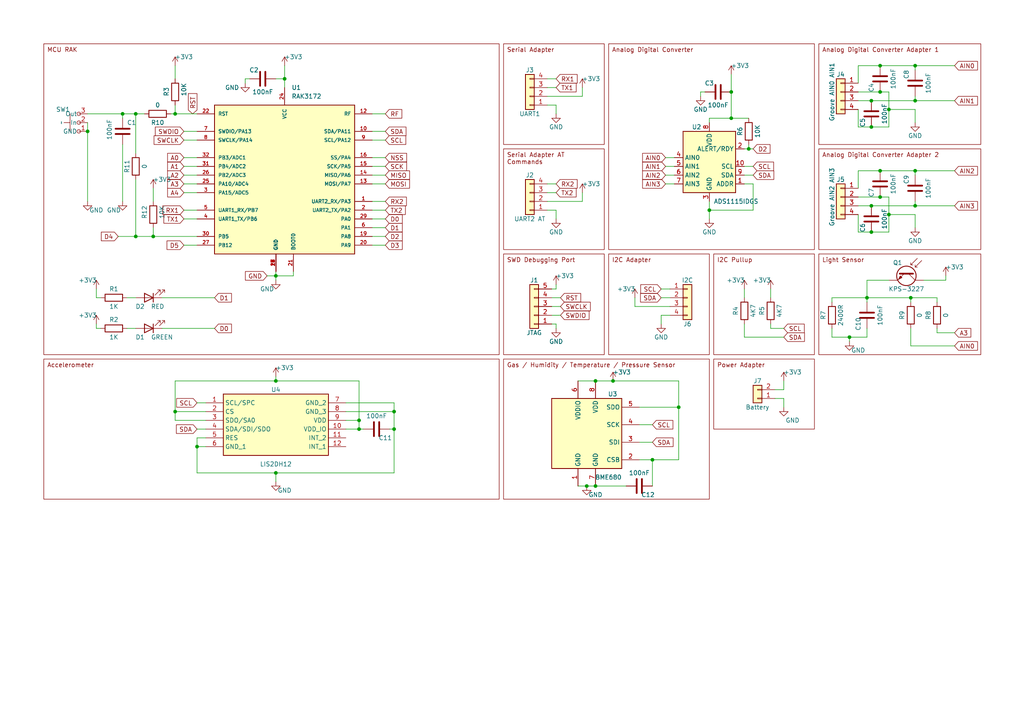
<source format=kicad_sch>
(kicad_sch (version 20230121) (generator eeschema)
  (paper "A4")
  (title_block (title "RAK prototyping board"))
  (lib_symbols
    (symbol "Analog_ADC:ADS1115IDGS"
      (property "Reference" "U" (at 2.54 13.97 0))
      (property "Value" "ADS1115IDGS" (at 7.62 11.43 0))
      (symbol "ADS1115IDGS_0_1"
        (rectangle (start -7.62 10.16) (end 7.62 -7.62) (stroke (width 0.254)) (fill (type background)))
      )
      (symbol "ADS1115IDGS_1_1"
        (pin input line (at 10.16 -5.08 180) (length 2.54) (name "ADDR") (number "1"))
        (pin input line (at 10.16 0 180) (length 2.54) (name "SCL") (number "10"))
        (pin output line (at 10.16 5.08 180) (length 2.54) (name "ALERT/RDY") (number "2"))
        (pin power_in line (at 0 -10.16 90) (length 2.54) (name "GND") (number "3"))
        (pin input line (at -10.16 2.54 0) (length 2.54) (name "AIN0") (number "4"))
        (pin input line (at -10.16 0 0) (length 2.54) (name "AIN1") (number "5"))
        (pin input line (at -10.16 -2.54 0) (length 2.54) (name "AIN2") (number "6"))
        (pin input line (at -10.16 -5.08 0) (length 2.54) (name "AIN3") (number "7"))
        (pin power_in line (at 0 12.7 270) (length 2.54) (name "VDD") (number "8"))
        (pin bidirectional line (at 10.16 -2.54 180) (length 2.54) (name "SDA") (number "9"))
      )
    )
    (symbol "Connector_Generic:Conn_01x02" (pin_names (offset 1.016) hide)
      (property "Reference" "J" (at 0 2.54 0))
      (property "Value" "Conn_01x02" (at 0 -5.08 0))
      (symbol "Conn_01x02_1_1"
        (rectangle (start -1.27 -2.413) (end 0 -2.667) (stroke (width 0.1524)))
        (rectangle (start -1.27 0.127) (end 0 -0.127) (stroke (width 0.1524)))
        (rectangle (start -1.27 1.27) (end 1.27 -3.81) (stroke (width 0.254)) (fill (type background)))
        (pin passive line (at -5.08 0 0) (length 3.81) (name "Pin_1") (number "1"))
        (pin passive line (at -5.08 -2.54 0) (length 3.81) (name "Pin_2") (number "2"))
      )
    )
    (symbol "Connector_Generic:Conn_01x04" (pin_names (offset 1.016) hide)
      (property "Reference" "J" (at 0 5.08 0))
      (property "Value" "Conn_01x04" (at 0 -7.62 0))
      (symbol "Conn_01x04_1_1"
        (rectangle (start -1.27 -4.953) (end 0 -5.207) (stroke (width 0.1524)))
        (rectangle (start -1.27 -2.413) (end 0 -2.667) (stroke (width 0.1524)))
        (rectangle (start -1.27 0.127) (end 0 -0.127) (stroke (width 0.1524)))
        (rectangle (start -1.27 2.667) (end 0 2.413) (stroke (width 0.1524)))
        (rectangle (start -1.27 3.81) (end 1.27 -6.35) (stroke (width 0.254)) (fill (type background)))
        (pin passive line (at -5.08 2.54 0) (length 3.81) (name "Pin_1") (number "1"))
        (pin passive line (at -5.08 0 0) (length 3.81) (name "Pin_2") (number "2"))
        (pin passive line (at -5.08 -2.54 0) (length 3.81) (name "Pin_3") (number "3"))
        (pin passive line (at -5.08 -5.08 0) (length 3.81) (name "Pin_4") (number "4"))
      )
    )
    (symbol "Connector_Generic:Conn_01x05" (pin_names (offset 1.016) hide)
      (property "Reference" "J" (at 0 7.62 0))
      (property "Value" "Conn_01x05" (at 0 -7.62 0))
      (symbol "Conn_01x05_1_1"
        (rectangle (start -1.27 -4.953) (end 0 -5.207) (stroke (width 0.1524)))
        (rectangle (start -1.27 -2.413) (end 0 -2.667) (stroke (width 0.1524)))
        (rectangle (start -1.27 0.127) (end 0 -0.127) (stroke (width 0.1524)))
        (rectangle (start -1.27 2.667) (end 0 2.413) (stroke (width 0.1524)))
        (rectangle (start -1.27 5.207) (end 0 4.953) (stroke (width 0.1524)))
        (rectangle (start -1.27 6.35) (end 1.27 -6.35) (stroke (width 0.254)) (fill (type background)))
        (pin passive line (at -5.08 5.08 0) (length 3.81) (name "Pin_1") (number "1"))
        (pin passive line (at -5.08 2.54 0) (length 3.81) (name "Pin_2") (number "2"))
        (pin passive line (at -5.08 0 0) (length 3.81) (name "Pin_3") (number "3"))
        (pin passive line (at -5.08 -2.54 0) (length 3.81) (name "Pin_4") (number "4"))
        (pin passive line (at -5.08 -5.08 0) (length 3.81) (name "Pin_5") (number "5"))
      )
    )
    (symbol "Device:C" (pin_numbers hide) (pin_names (offset 0.254))
      (property "Reference" "C" (at 0.635 2.54 0))
      (property "Value" "C" (at 0.635 -2.54 0))
      (symbol "C_0_1"
        (polyline (pts (xy -2.032 -0.762) (xy 2.032 -0.762)) (stroke (width 0.508)))
        (polyline (pts (xy -2.032 0.762) (xy 2.032 0.762)) (stroke (width 0.508)))
      )
      (symbol "C_1_1"
        (pin passive line (at 0 3.81 270) (length 2.794) (name "~") (number "1"))
        (pin passive line (at 0 -3.81 90) (length 2.794) (name "~") (number "2"))
      )
    )
    (symbol "Device:LED" (pin_numbers hide) (pin_names (offset 1.016) hide)
      (property "Reference" "D" (at 0 2.54 0))
      (property "Value" "LED" (at 0 -2.54 0))
      (symbol "LED_0_1"
        (polyline (pts (xy -1.27 -1.27) (xy -1.27 1.27)) (stroke (width 0.254)))
        (polyline (pts (xy -1.27 0) (xy 1.27 0)))
        (polyline (pts (xy 1.27 -1.27) (xy 1.27 1.27) (xy -1.27 0) (xy 1.27 -1.27)) (stroke (width 0.254)))
        (polyline (pts (xy -3.048 -0.762) (xy -4.572 -2.286) (xy -3.81 -2.286) (xy -4.572 -2.286) (xy -4.572 -1.524)))
        (polyline (pts (xy -1.778 -0.762) (xy -3.302 -2.286) (xy -2.54 -2.286) (xy -3.302 -2.286) (xy -3.302 -1.524)))
      )
      (symbol "LED_1_1"
        (pin passive line (at -3.81 0 0) (length 2.54) (name "K") (number "1"))
        (pin passive line (at 3.81 0 180) (length 2.54) (name "A") (number "2"))
      )
    )
    (symbol "Device:R" (pin_numbers hide) (pin_names (offset 0))
      (property "Reference" "R" (at 2.032 0 90))
      (property "Value" "R" (at 0 0 90))
      (symbol "R_0_1"
        (rectangle (start -1.016 -2.54) (end 1.016 2.54) (stroke (width 0.254)))
      )
      (symbol "R_1_1"
        (pin passive line (at 0 3.81 270) (length 1.27) (name "~") (number "1"))
        (pin passive line (at 0 -3.81 90) (length 1.27) (name "~") (number "2"))
      )
    )
    (symbol "LIS2DH12:LIS2DH12"
      (property "Reference" "IC" (at 36.83 7.62 0))
      (property "Value" "LIS2DH12" (at 36.83 5.08 0))
      (symbol "LIS2DH12_1_1"
        (rectangle (start 5.08 2.54) (end 35.56 -15.24) (stroke (width 0.254)) (fill (type background)))
        (pin passive line (at 0 0 0) (length 5.08) (name "SCL/SPC") (number "1"))
        (pin passive line (at 40.64 -7.62 180) (length 5.08) (name "VDD_IO") (number "10"))
        (pin passive line (at 40.64 -10.16 180) (length 5.08) (name "INT_2") (number "11"))
        (pin passive line (at 40.64 -12.7 180) (length 5.08) (name "INT_1") (number "12"))
        (pin passive line (at 0 -2.54 0) (length 5.08) (name "CS") (number "2"))
        (pin passive line (at 0 -5.08 0) (length 5.08) (name "SDO/SA0") (number "3"))
        (pin passive line (at 0 -7.62 0) (length 5.08) (name "SDA/SDI/SDO") (number "4"))
        (pin passive line (at 0 -10.16 0) (length 5.08) (name "RES") (number "5"))
        (pin passive line (at 0 -12.7 0) (length 5.08) (name "GND_1") (number "6"))
        (pin passive line (at 40.64 0 180) (length 5.08) (name "GND_2") (number "7"))
        (pin passive line (at 40.64 -2.54 180) (length 5.08) (name "GND_3") (number "8"))
        (pin passive line (at 40.64 -5.08 180) (length 5.08) (name "VDD") (number "9"))
      )
    )
    (symbol "RAK3172:RAK3172" (pin_names (offset 1.016))
      (property "Reference" "U" (at 0 0 0))
      (property "Value" "RAK3172" (at 0 0 0))
      (symbol "RAK3172_0_0"
        (rectangle (start 0 -2.54) (end 40.64 40.64) (stroke (width 0.254)) (fill (type background)))
        (pin bidirectional line (at 45.72 12.7 180) (length 5.08) (name "UART2_RX/PA3") (number "1"))
        (pin bidirectional line (at 45.72 33.02 180) (length 5.08) (name "SDA/PA11") (number "10"))
        (pin power_in line (at 17.78 -7.62 90) (length 5.08) (name "GND") (number "11"))
        (pin output line (at 45.72 38.1 180) (length 5.08) (name "RF") (number "12"))
        (pin bidirectional line (at 45.72 17.78 180) (length 5.08) (name "MOSI/PA7") (number "13"))
        (pin bidirectional line (at 45.72 20.32 180) (length 5.08) (name "MISO/PA6") (number "14"))
        (pin bidirectional line (at 45.72 22.86 180) (length 5.08) (name "SCK/PA5") (number "15"))
        (pin bidirectional line (at 45.72 25.4 180) (length 5.08) (name "SS/PA4") (number "16"))
        (pin power_in line (at 17.78 -7.62 90) (length 5.08) (name "GND") (number "17"))
        (pin power_in line (at 17.78 -7.62 90) (length 5.08) (name "GND") (number "18"))
        (pin bidirectional line (at 45.72 2.54 180) (length 5.08) (name "PA8") (number "19"))
        (pin bidirectional line (at 45.72 10.16 180) (length 5.08) (name "UART2_TX/PA2") (number "2"))
        (pin bidirectional line (at 45.72 0 180) (length 5.08) (name "PA9") (number "20"))
        (pin input line (at 22.86 -7.62 90) (length 5.08) (name "BOOT0") (number "21"))
        (pin input line (at -5.08 38.1 0) (length 5.08) (name "RST") (number "22"))
        (pin power_in line (at 17.78 -7.62 90) (length 5.08) (name "GND") (number "23"))
        (pin power_in line (at 20.32 45.72 270) (length 5.08) (name "VCC") (number "24"))
        (pin bidirectional line (at -5.08 17.78 0) (length 5.08) (name "PA10/ADC4") (number "25"))
        (pin bidirectional line (at -5.08 20.32 0) (length 5.08) (name "PB2/ADC3") (number "26"))
        (pin bidirectional line (at -5.08 0 0) (length 5.08) (name "PB12") (number "27"))
        (pin power_in line (at 17.78 -7.62 90) (length 5.08) (name "GND") (number "28"))
        (pin bidirectional line (at 45.72 7.62 180) (length 5.08) (name "PA0") (number "29"))
        (pin bidirectional line (at -5.08 15.24 0) (length 5.08) (name "PA15/ADC5") (number "3"))
        (pin bidirectional line (at -5.08 2.54 0) (length 5.08) (name "PB5") (number "30"))
        (pin bidirectional line (at -5.08 22.86 0) (length 5.08) (name "PB4/ADC2") (number "31"))
        (pin bidirectional line (at -5.08 25.4 0) (length 5.08) (name "PB3/ADC1") (number "32"))
        (pin bidirectional line (at -5.08 7.62 0) (length 5.08) (name "UART1_TX/PB6") (number "4"))
        (pin bidirectional line (at -5.08 10.16 0) (length 5.08) (name "UART1_RX/PB7") (number "5"))
        (pin bidirectional line (at 45.72 5.08 180) (length 5.08) (name "PA1") (number "6"))
        (pin bidirectional line (at -5.08 33.02 0) (length 5.08) (name "SWDIO/PA13") (number "7"))
        (pin bidirectional line (at -5.08 30.48 0) (length 5.08) (name "SWCLK/PA14") (number "8"))
        (pin bidirectional line (at 45.72 30.48 180) (length 5.08) (name "SCL/PA12") (number "9"))
      )
    )
    (symbol "RAK_Library:Magnetic_Switch"
      (property "Reference" "SW" (at 0 0 0))
      (symbol "Magnetic_Switch_0_1"
        (circle (center -2.54 -5.08) (radius 0.508))
        (circle (center 0 -5.08) (radius 0.508))
        (polyline (pts (xy 0 -2.54) (xy 0 -0.762)))
        (polyline (pts (xy 2.54 -2.54) (xy -2.54 -2.54)))
        (circle (center 2.54 -5.08) (radius 0.508))
      )
      (symbol "Magnetic_Switch_1_1"
        (pin passive line (at -2.54 -7.62 90) (length 2.54) (name "GND") (number "1"))
        (pin passive line (at 0 -7.62 90) (length 2.54) (name "In") (number "2"))
        (pin passive line (at 2.54 -7.62 90) (length 2.54) (name "Out") (number "3"))
      )
    )
    (symbol "Sensor:BME680"
      (property "Reference" "U" (at -8.89 11.43 0))
      (property "Value" "BME680" (at 7.62 11.43 0))
      (symbol "BME680_0_1"
        (rectangle (start -10.16 10.16) (end 10.16 -10.16) (stroke (width 0.254)) (fill (type background)))
      )
      (symbol "BME680_1_1"
        (pin power_in line (at -2.54 -15.24 90) (length 5.08) (name "GND") (number "1"))
        (pin input line (at 15.24 -7.62 180) (length 5.08) (name "CSB") (number "2"))
        (pin bidirectional line (at 15.24 -2.54 180) (length 5.08) (name "SDI") (number "3"))
        (pin input line (at 15.24 2.54 180) (length 5.08) (name "SCK") (number "4"))
        (pin bidirectional line (at 15.24 7.62 180) (length 5.08) (name "SDO") (number "5"))
        (pin power_in line (at -2.54 15.24 270) (length 5.08) (name "VDDIO") (number "6"))
        (pin power_in line (at 2.54 -15.24 90) (length 5.08) (name "GND") (number "7"))
        (pin power_in line (at 2.54 15.24 270) (length 5.08) (name "VDD") (number "8"))
      )
    )
    (symbol "Sensor_Optical:KPS-3227" (pin_numbers hide)
      (property "Reference" "Q" (at 3.81 1.27 0))
      (property "Value" "KPS-3227" (at 7.62 -1.27 0))
      (symbol "KPS-3227_1_1"
        (circle (center -1.27 0) (radius 2.8194) (stroke (width 0.254)))
        (polyline (pts (xy -4.445 1.27) (xy -5.08 1.27)))
        (polyline (pts (xy -3.81 2.54) (xy -4.445 2.54)))
        (polyline (pts (xy -1.905 0.635) (xy 0 2.54)))
        (polyline (pts (xy -6.35 3.175) (xy -4.445 1.27) (xy -4.445 1.905)))
        (polyline (pts (xy -5.715 4.445) (xy -3.81 2.54) (xy -3.81 3.175)))
        (polyline (pts (xy -1.905 -0.635) (xy 0 -2.54) (xy 0 -2.54)))
        (polyline (pts (xy -1.905 1.905) (xy -1.905 -1.905) (xy -1.905 -1.905)) (stroke (width 0.508)))
        (polyline (pts (xy -1.27 -1.778) (xy -0.762 -1.27) (xy -0.254 -2.286) (xy -1.27 -1.778) (xy -1.27 -1.778)) (fill (type outline)))
        (pin passive line (at 0 5.08 270) (length 2.54) (name "~") (number "1"))
        (pin passive line (at 0 -5.08 90) (length 2.54) (name "~") (number "2"))
        (pin passive line (at 0 5.08 270) (length 2.54) hide (name "~") (number "3"))
        (pin passive line (at 0 -5.08 90) (length 2.54) hide (name "~") (number "4"))
      )
    )
    (symbol "power:+3V3" (power) (pin_names (offset 0))
      (property "Value" "+3V3" (at 0 3.556 0))
      (symbol "+3V3_0_1"
        (polyline (pts (xy -0.762 1.27) (xy 0 2.54)))
        (polyline (pts (xy 0 0) (xy 0 2.54)))
        (polyline (pts (xy 0 2.54) (xy 0.762 1.27)))
      )
      (symbol "+3V3_1_1"
        (pin power_in line (at 0 0 90) (length 0) hide (name "+3V3") (number "1"))
      )
    )
    (symbol "power:GND" (power) (pin_names (offset 0))
      (property "Value" "GND" (at 0 -3.81 0))
      (symbol "GND_0_1"
        (polyline (pts (xy 0 0) (xy 0 -1.27) (xy 1.27 -1.27) (xy 0 -2.54) (xy -1.27 -1.27) (xy 0 -1.27)))
      )
      (symbol "GND_1_1"
        (pin power_in line (at 0 0 270) (length 0) hide (name "GND") (number "1"))
      )
    )
  )
  (junction (at 255.27 57.15))
  (junction (at 251.46 86.36))
  (junction (at 104.14 121.92))
  (junction (at 177.8 110.49))
  (junction (at 82.55 22.86))
  (junction (at 252.73 59.69))
  (junction (at 212.09 34.29))
  (junction (at 205.74 60.96))
  (junction (at 172.72 110.49))
  (junction (at 57.15 129.54))
  (junction (at 170.18 140.97))
  (junction (at 50.8 119.38))
  (junction (at 255.27 49.53))
  (junction (at 252.73 36.83))
  (junction (at 39.37 33.02))
  (junction (at 114.3 119.38))
  (junction (at 255.27 19.05))
  (junction (at 212.09 26.67))
  (junction (at 80.01 80.01))
  (junction (at 104.14 124.46))
  (junction (at 252.73 67.31))
  (junction (at 25.4 38.1))
  (junction (at 246.38 97.79))
  (junction (at 265.43 49.53))
  (junction (at 114.3 124.46))
  (junction (at 189.23 133.35))
  (junction (at 196.85 118.11))
  (junction (at 265.43 59.69))
  (junction (at 257.81 31.75))
  (junction (at 80.01 137.16))
  (junction (at 265.43 19.05))
  (junction (at 264.16 86.36))
  (junction (at 172.72 140.97))
  (junction (at 217.17 43.18))
  (junction (at 252.73 29.21))
  (junction (at 50.8 33.02))
  (junction (at 44.45 68.58))
  (junction (at 265.43 29.21))
  (junction (at 255.27 26.67))
  (junction (at 257.81 62.23))
  (junction (at 35.56 33.02))
  (junction (at 80.01 110.49))
  (junction (at 39.37 68.58))
  (wire (pts (xy 215.9 48.26) (xy 218.44 48.26)))
  (wire (pts (xy 251.46 86.36) (xy 264.16 86.36)))
  (wire (pts (xy 276.86 29.21) (xy 265.43 29.21)))
  (wire (pts (xy 251.46 81.28) (xy 257.81 81.28)))
  (wire (pts (xy 172.72 110.49) (xy 177.8 110.49)))
  (wire (pts (xy 257.81 57.15) (xy 257.81 62.23)))
  (wire (pts (xy 227.33 118.11) (xy 227.33 115.57)))
  (wire (pts (xy 35.56 33.02) (xy 39.37 33.02)))
  (wire (pts (xy 107.95 63.5) (xy 111.76 63.5)))
  (wire (pts (xy 241.3 86.36) (xy 251.46 86.36)))
  (wire (pts (xy 265.43 27.94) (xy 265.43 29.21)))
  (wire (pts (xy 264.16 86.36) (xy 271.78 86.36)))
  (wire (pts (xy 224.79 113.03) (xy 227.33 113.03)))
  (wire (pts (xy 25.4 33.02) (xy 35.56 33.02)))
  (wire (pts (xy 53.34 48.26) (xy 57.15 48.26)))
  (wire (pts (xy 168.91 58.42) (xy 168.91 55.88)))
  (wire (pts (xy 161.29 83.82) (xy 161.29 82.55)))
  (wire (pts (xy 191.77 91.44) (xy 194.31 91.44)))
  (wire (pts (xy 53.34 53.34) (xy 57.15 53.34)))
  (wire (pts (xy 113.03 124.46) (xy 114.3 124.46)))
  (wire (pts (xy 276.86 59.69) (xy 265.43 59.69)))
  (wire (pts (xy 100.33 124.46) (xy 104.14 124.46)))
  (wire (pts (xy 246.38 97.79) (xy 251.46 97.79)))
  (wire (pts (xy 212.09 26.67) (xy 212.09 34.29)))
  (wire (pts (xy 50.8 110.49) (xy 80.01 110.49)))
  (wire (pts (xy 80.01 137.16) (xy 114.3 137.16)))
  (wire (pts (xy 25.4 35.56) (xy 25.4 38.1)))
  (wire (pts (xy 71.12 22.86) (xy 71.12 24.13)))
  (wire (pts (xy 39.37 33.02) (xy 39.37 44.45)))
  (wire (pts (xy 203.2 27.94) (xy 203.2 26.67)))
  (wire (pts (xy 107.95 33.02) (xy 111.76 33.02)))
  (wire (pts (xy 161.29 60.96) (xy 161.29 63.5)))
  (wire (pts (xy 39.37 33.02) (xy 41.91 33.02)))
  (wire (pts (xy 104.14 121.92) (xy 104.14 124.46)))
  (wire (pts (xy 50.8 121.92) (xy 50.8 119.38)))
  (wire (pts (xy 252.73 29.21) (xy 265.43 29.21)))
  (wire (pts (xy 49.53 33.02) (xy 50.8 33.02)))
  (wire (pts (xy 172.72 140.97) (xy 181.61 140.97)))
  (wire (pts (xy 189.23 133.35) (xy 196.85 133.35)))
  (wire (pts (xy 255.27 19.05) (xy 265.43 19.05)))
  (wire (pts (xy 265.43 19.05) (xy 265.43 20.32)))
  (wire (pts (xy 104.14 110.49) (xy 104.14 121.92)))
  (wire (pts (xy 167.64 140.97) (xy 170.18 140.97)))
  (wire (pts (xy 271.78 96.52) (xy 271.78 95.25)))
  (wire (pts (xy 196.85 118.11) (xy 185.42 118.11)))
  (wire (pts (xy 53.34 63.5) (xy 57.15 63.5)))
  (wire (pts (xy 246.38 97.79) (xy 241.3 97.79)))
  (wire (pts (xy 191.77 91.44) (xy 191.77 93.98)))
  (wire (pts (xy 194.31 88.9) (xy 184.15 88.9)))
  (wire (pts (xy 82.55 22.86) (xy 82.55 25.4)))
  (wire (pts (xy 257.81 26.67) (xy 257.81 31.75)))
  (wire (pts (xy 218.44 53.34) (xy 218.44 60.96)))
  (wire (pts (xy 257.81 62.23) (xy 265.43 62.23)))
  (wire (pts (xy 265.43 35.56) (xy 265.43 31.75)))
  (wire (pts (xy 255.27 57.15) (xy 257.81 57.15)))
  (wire (pts (xy 218.44 60.96) (xy 205.74 60.96)))
  (wire (pts (xy 53.34 50.8) (xy 57.15 50.8)))
  (wire (pts (xy 161.29 30.48) (xy 161.29 33.02)))
  (wire (pts (xy 241.3 95.25) (xy 241.3 97.79)))
  (wire (pts (xy 193.04 45.72) (xy 195.58 45.72)))
  (wire (pts (xy 215.9 86.36) (xy 215.9 83.82)))
  (wire (pts (xy 251.46 95.25) (xy 251.46 97.79)))
  (wire (pts (xy 193.04 48.26) (xy 195.58 48.26)))
  (wire (pts (xy 158.75 60.96) (xy 161.29 60.96)))
  (wire (pts (xy 248.92 36.83) (xy 248.92 31.75)))
  (wire (pts (xy 50.8 19.05) (xy 50.8 22.86)))
  (wire (pts (xy 264.16 100.33) (xy 264.16 95.25)))
  (wire (pts (xy 252.73 67.31) (xy 257.81 67.31)))
  (wire (pts (xy 59.69 127) (xy 57.15 127)))
  (wire (pts (xy 241.3 86.36) (xy 241.3 87.63)))
  (wire (pts (xy 57.15 127) (xy 57.15 129.54)))
  (wire (pts (xy 158.75 22.86) (xy 161.29 22.86)))
  (wire (pts (xy 196.85 110.49) (xy 177.8 110.49)))
  (wire (pts (xy 252.73 59.69) (xy 265.43 59.69)))
  (wire (pts (xy 107.95 45.72) (xy 111.76 45.72)))
  (wire (pts (xy 57.15 129.54) (xy 57.15 137.16)))
  (wire (pts (xy 39.37 68.58) (xy 44.45 68.58)))
  (wire (pts (xy 215.9 97.79) (xy 227.33 97.79)))
  (wire (pts (xy 107.95 50.8) (xy 111.76 50.8)))
  (wire (pts (xy 46.99 86.36) (xy 62.23 86.36)))
  (wire (pts (xy 36.83 95.25) (xy 39.37 95.25)))
  (wire (pts (xy 248.92 36.83) (xy 252.73 36.83)))
  (wire (pts (xy 107.95 48.26) (xy 111.76 48.26)))
  (wire (pts (xy 203.2 26.67) (xy 204.47 26.67)))
  (wire (pts (xy 193.04 50.8) (xy 195.58 50.8)))
  (wire (pts (xy 53.34 38.1) (xy 57.15 38.1)))
  (wire (pts (xy 158.75 55.88) (xy 161.29 55.88)))
  (wire (pts (xy 252.73 59.69) (xy 248.92 59.69)))
  (wire (pts (xy 100.33 121.92) (xy 104.14 121.92)))
  (wire (pts (xy 53.34 60.96) (xy 57.15 60.96)))
  (wire (pts (xy 223.52 95.25) (xy 227.33 95.25)))
  (wire (pts (xy 212.09 34.29) (xy 217.17 34.29)))
  (wire (pts (xy 59.69 129.54) (xy 57.15 129.54)))
  (wire (pts (xy 107.95 60.96) (xy 111.76 60.96)))
  (wire (pts (xy 212.09 21.59) (xy 212.09 26.67)))
  (wire (pts (xy 114.3 137.16) (xy 114.3 124.46)))
  (wire (pts (xy 264.16 100.33) (xy 276.86 100.33)))
  (wire (pts (xy 104.14 110.49) (xy 80.01 110.49)))
  (wire (pts (xy 185.42 133.35) (xy 189.23 133.35)))
  (wire (pts (xy 205.74 34.29) (xy 205.74 35.56)))
  (wire (pts (xy 25.4 38.1) (xy 25.4 58.42)))
  (wire (pts (xy 27.94 95.25) (xy 29.21 95.25)))
  (wire (pts (xy 114.3 124.46) (xy 114.3 119.38)))
  (wire (pts (xy 35.56 41.91) (xy 35.56 58.42)))
  (wire (pts (xy 215.9 43.18) (xy 217.17 43.18)))
  (wire (pts (xy 39.37 52.07) (xy 39.37 68.58)))
  (wire (pts (xy 27.94 93.98) (xy 27.94 95.25)))
  (wire (pts (xy 248.92 26.67) (xy 255.27 26.67)))
  (wire (pts (xy 248.92 49.53) (xy 248.92 54.61)))
  (wire (pts (xy 257.81 62.23) (xy 257.81 67.31)))
  (wire (pts (xy 107.95 66.04) (xy 111.76 66.04)))
  (wire (pts (xy 251.46 86.36) (xy 251.46 81.28)))
  (wire (pts (xy 50.8 119.38) (xy 50.8 110.49)))
  (wire (pts (xy 53.34 55.88) (xy 57.15 55.88)))
  (wire (pts (xy 248.92 57.15) (xy 255.27 57.15)))
  (wire (pts (xy 265.43 66.04) (xy 265.43 62.23)))
  (wire (pts (xy 104.14 124.46) (xy 105.41 124.46)))
  (wire (pts (xy 264.16 86.36) (xy 264.16 87.63)))
  (wire (pts (xy 191.77 83.82) (xy 194.31 83.82)))
  (wire (pts (xy 255.27 26.67) (xy 257.81 26.67)))
  (wire (pts (xy 100.33 119.38) (xy 114.3 119.38)))
  (wire (pts (xy 205.74 58.42) (xy 205.74 60.96)))
  (wire (pts (xy 85.09 80.01) (xy 80.01 80.01)))
  (wire (pts (xy 59.69 121.92) (xy 50.8 121.92)))
  (wire (pts (xy 34.29 68.58) (xy 39.37 68.58)))
  (wire (pts (xy 80.01 78.74) (xy 80.01 80.01)))
  (wire (pts (xy 227.33 115.57) (xy 224.79 115.57)))
  (wire (pts (xy 27.94 86.36) (xy 29.21 86.36)))
  (wire (pts (xy 265.43 58.42) (xy 265.43 59.69)))
  (wire (pts (xy 212.09 34.29) (xy 205.74 34.29)))
  (wire (pts (xy 107.95 68.58) (xy 111.76 68.58)))
  (wire (pts (xy 223.52 93.98) (xy 223.52 95.25)))
  (wire (pts (xy 248.92 49.53) (xy 255.27 49.53)))
  (wire (pts (xy 246.38 97.79) (xy 246.38 99.06)))
  (wire (pts (xy 80.01 110.49) (xy 80.01 109.22)))
  (wire (pts (xy 185.42 123.19) (xy 189.23 123.19)))
  (wire (pts (xy 227.33 113.03) (xy 227.33 110.49)))
  (wire (pts (xy 57.15 116.84) (xy 59.69 116.84)))
  (wire (pts (xy 59.69 119.38) (xy 50.8 119.38)))
  (wire (pts (xy 114.3 116.84) (xy 100.33 116.84)))
  (wire (pts (xy 196.85 118.11) (xy 196.85 110.49)))
  (wire (pts (xy 252.73 29.21) (xy 248.92 29.21)))
  (wire (pts (xy 248.92 67.31) (xy 248.92 62.23)))
  (wire (pts (xy 107.95 40.64) (xy 111.76 40.64)))
  (wire (pts (xy 205.74 60.96) (xy 205.74 63.5)))
  (wire (pts (xy 271.78 96.52) (xy 276.86 96.52)))
  (wire (pts (xy 265.43 49.53) (xy 276.86 49.53)))
  (wire (pts (xy 35.56 33.02) (xy 35.56 34.29)))
  (wire (pts (xy 77.47 80.01) (xy 80.01 80.01)))
  (wire (pts (xy 82.55 19.05) (xy 82.55 22.86)))
  (wire (pts (xy 248.92 67.31) (xy 252.73 67.31)))
  (wire (pts (xy 248.92 19.05) (xy 248.92 24.13)))
  (wire (pts (xy 57.15 124.46) (xy 59.69 124.46)))
  (wire (pts (xy 44.45 54.61) (xy 44.45 58.42)))
  (wire (pts (xy 80.01 80.01) (xy 80.01 81.28)))
  (wire (pts (xy 223.52 83.82) (xy 223.52 86.36)))
  (wire (pts (xy 267.97 81.28) (xy 274.32 81.28)))
  (wire (pts (xy 53.34 71.12) (xy 57.15 71.12)))
  (wire (pts (xy 271.78 86.36) (xy 271.78 87.63)))
  (wire (pts (xy 265.43 19.05) (xy 276.86 19.05)))
  (wire (pts (xy 160.02 83.82) (xy 161.29 83.82)))
  (wire (pts (xy 167.64 110.49) (xy 172.72 110.49)))
  (wire (pts (xy 185.42 128.27) (xy 189.23 128.27)))
  (wire (pts (xy 107.95 53.34) (xy 111.76 53.34)))
  (wire (pts (xy 158.75 58.42) (xy 168.91 58.42)))
  (wire (pts (xy 71.12 22.86) (xy 72.39 22.86)))
  (wire (pts (xy 251.46 86.36) (xy 251.46 87.63)))
  (wire (pts (xy 265.43 49.53) (xy 265.43 50.8)))
  (wire (pts (xy 27.94 83.82) (xy 27.94 86.36)))
  (wire (pts (xy 191.77 86.36) (xy 194.31 86.36)))
  (wire (pts (xy 80.01 139.7) (xy 80.01 137.16)))
  (wire (pts (xy 217.17 43.18) (xy 218.44 43.18)))
  (wire (pts (xy 53.34 40.64) (xy 57.15 40.64)))
  (wire (pts (xy 107.95 38.1) (xy 111.76 38.1)))
  (wire (pts (xy 46.99 95.25) (xy 62.23 95.25)))
  (wire (pts (xy 161.29 93.98) (xy 161.29 95.25)))
  (wire (pts (xy 114.3 119.38) (xy 114.3 116.84)))
  (wire (pts (xy 50.8 30.48) (xy 50.8 33.02)))
  (wire (pts (xy 44.45 66.04) (xy 44.45 68.58)))
  (wire (pts (xy 160.02 88.9) (xy 162.56 88.9)))
  (wire (pts (xy 107.95 58.42) (xy 111.76 58.42)))
  (wire (pts (xy 193.04 53.34) (xy 195.58 53.34)))
  (wire (pts (xy 158.75 53.34) (xy 161.29 53.34)))
  (wire (pts (xy 215.9 93.98) (xy 215.9 97.79)))
  (wire (pts (xy 196.85 133.35) (xy 196.85 118.11)))
  (wire (pts (xy 160.02 93.98) (xy 161.29 93.98)))
  (wire (pts (xy 50.8 33.02) (xy 57.15 33.02)))
  (wire (pts (xy 218.44 53.34) (xy 215.9 53.34)))
  (wire (pts (xy 53.34 45.72) (xy 57.15 45.72)))
  (wire (pts (xy 57.15 137.16) (xy 80.01 137.16)))
  (wire (pts (xy 248.92 19.05) (xy 255.27 19.05)))
  (wire (pts (xy 80.01 22.86) (xy 82.55 22.86)))
  (wire (pts (xy 107.95 71.12) (xy 111.76 71.12)))
  (wire (pts (xy 85.09 78.74) (xy 85.09 80.01)))
  (wire (pts (xy 158.75 25.4) (xy 161.29 25.4)))
  (wire (pts (xy 215.9 50.8) (xy 218.44 50.8)))
  (wire (pts (xy 274.32 81.28) (xy 274.32 80.01)))
  (wire (pts (xy 168.91 27.94) (xy 168.91 25.4)))
  (wire (pts (xy 170.18 140.97) (xy 172.72 140.97)))
  (wire (pts (xy 44.45 68.58) (xy 57.15 68.58)))
  (wire (pts (xy 158.75 27.94) (xy 168.91 27.94)))
  (wire (pts (xy 158.75 30.48) (xy 161.29 30.48)))
  (wire (pts (xy 160.02 86.36) (xy 162.56 86.36)))
  (wire (pts (xy 257.81 31.75) (xy 257.81 36.83)))
  (wire (pts (xy 252.73 36.83) (xy 257.81 36.83)))
  (wire (pts (xy 184.15 88.9) (xy 184.15 86.36)))
  (wire (pts (xy 189.23 133.35) (xy 189.23 140.97)))
  (wire (pts (xy 39.37 86.36) (xy 36.83 86.36)))
  (wire (pts (xy 217.17 41.91) (xy 217.17 43.18)))
  (wire (pts (xy 160.02 91.44) (xy 162.56 91.44)))
  (wire (pts (xy 257.81 31.75) (xy 265.43 31.75)))
  (wire (pts (xy 255.27 49.53) (xy 265.43 49.53)))
  (text_box "Analog Digital Converter Adapter 1" (at 237.49 12.7 0) (size 46.99 29.21) (stroke (width 0) (color 132 0 0 1)) (effects (font (size 1.27 1.27)) (justify left top)))
  (text_box "I2C Adapter" (at 176.53 73.66 0) (size 29.21 29.21) (stroke (width 0) (color 132 0 0 1)) (effects (font (size 1.27 1.27)) (justify left top)))
  (text_box "Serial Adapter AT Commands" (at 146.05 43.18 0) (size 29.21 29.21) (stroke (width 0) (color 132 0 0 1)) (effects (font (size 1.27 1.27)) (justify left top)))
  (text_box "Analog Digital Converter" (at 176.53 12.7 0) (size 59.69 59.69) (stroke (width 0) (color 132 0 0 1)) (effects (font (size 1.27 1.27)) (justify left top)))
  (text_box "Serial Adapter" (at 146.05 12.7 0) (size 29.21 29.21) (stroke (width 0) (color 132 0 0 1)) (effects (font (size 1.27 1.27)) (justify left top)))
  (text_box "SWD Debugging Port" (at 146.05 73.66 0) (size 29.21 29.21) (stroke (width 0) (color 132 0 0 1)) (effects (font (size 1.27 1.27)) (justify left top)))
  (text_box "I2C Pullup" (at 207.01 73.66 0) (size 29.21 29.21) (stroke (width 0) (color 132 0 0 1)) (effects (font (size 1.27 1.27)) (justify left top)))
  (text_box "MCU RAK" (at 12.7 12.7 0) (size 132.08 90.17) (stroke (width 0) (color 132 0 0 1)) (effects (font (size 1.27 1.27)) (justify left top)))
  (text_box "Accelerometer" (at 12.7 104.14 0) (size 132.08 40.64) (stroke (width 0) (color 132 0 0 1)) (effects (font (size 1.27 1.27)) (justify left top)))
  (text_box "I2C" (at 313.69 -10.16 0) (size 107.95 90.17) (stroke (width 0) (color 132 0 0 1)) (effects (font (size 1.27 1.27)) (justify left top)))
  (text_box "Gas / Humidity / Temperature / Pressure Sensor" (at 146.05 104.14 0) (size 59.69 40.64) (stroke (width 0) (color 132 0 0 1)) (effects (font (size 1.27 1.27)) (justify left top)))
  (text_box "Power Adapter" (at 207.01 104.14 0) (size 29.21 20.32) (stroke (width 0) (color 132 0 0 1)) (effects (font (size 1.27 1.27)) (justify left top)))
  (text_box "Analog Digital Converter Adapter 2" (at 237.49 43.18 0) (size 46.99 29.21) (stroke (width 0) (color 132 0 0 1)) (effects (font (size 1.27 1.27)) (justify left top)))
  (text_box "Light Sensor" (at 237.49 73.66 0) (size 46.99 29.21) (stroke (width 0) (color 132 0 0 1)) (effects (font (size 1.27 1.27)) (justify left top)))
  (global_label "SWCLK" (shape input) (at 53.34 40.64 180) (property "Intersheetrefs" "${INTERSHEET_REFS}" (effects hide)))
  (global_label "AIN3" (shape input) (at 276.86 59.69 0) (property "Intersheetrefs" "${INTERSHEET_REFS}" (effects hide)))
  (global_label "AIN0" (shape input) (at 193.04 45.72 180) (property "Intersheetrefs" "${INTERSHEET_REFS}" (effects hide)))
  (global_label "SCK" (shape input) (at 111.76 48.26 0) (property "Intersheetrefs" "${INTERSHEET_REFS}" (effects hide)))
  (global_label "A3" (shape input) (at 53.34 53.34 180) (property "Intersheetrefs" "${INTERSHEET_REFS}" (effects hide)))
  (global_label "D3" (shape input) (at 111.76 71.12 0) (property "Intersheetrefs" "${INTERSHEET_REFS}" (effects hide)))
  (global_label "RST" (shape input) (at 162.56 86.36 0) (property "Intersheetrefs" "${INTERSHEET_REFS}" (effects hide)))
  (global_label "MISO" (shape input) (at 111.76 50.8 0) (property "Intersheetrefs" "${INTERSHEET_REFS}" (effects hide)))
  (global_label "D1" (shape input) (at 111.76 66.04 0) (property "Intersheetrefs" "${INTERSHEET_REFS}" (effects hide)))
  (global_label "SCL" (shape input) (at 111.76 40.64 0) (property "Intersheetrefs" "${INTERSHEET_REFS}" (effects hide)))
  (global_label "GND" (shape input) (at 77.47 80.01 180) (property "Intersheetrefs" "${INTERSHEET_REFS}" (effects hide)))
  (global_label "A4" (shape input) (at 53.34 55.88 180) (property "Intersheetrefs" "${INTERSHEET_REFS}" (effects hide)))
  (global_label "TX2" (shape input) (at 161.29 55.88 0) (property "Intersheetrefs" "${INTERSHEET_REFS}" (effects hide)))
  (global_label "SDA" (shape input) (at 227.33 97.79 0) (property "Intersheetrefs" "${INTERSHEET_REFS}" (effects hide)))
  (global_label "AIN3" (shape input) (at 193.04 53.34 180) (property "Intersheetrefs" "${INTERSHEET_REFS}" (effects hide)))
  (global_label "RF" (shape input) (at 111.76 33.02 0) (property "Intersheetrefs" "${INTERSHEET_REFS}" (effects hide)))
  (global_label "AIN0" (shape input) (at 276.86 100.33 0) (property "Intersheetrefs" "${INTERSHEET_REFS}" (effects hide)))
  (global_label "A1" (shape input) (at 53.34 48.26 180) (property "Intersheetrefs" "${INTERSHEET_REFS}" (effects hide)))
  (global_label "TX1" (shape input) (at 161.29 25.4 0) (property "Intersheetrefs" "${INTERSHEET_REFS}" (effects hide)))
  (global_label "A0" (shape input) (at 53.34 45.72 180) (property "Intersheetrefs" "${INTERSHEET_REFS}" (effects hide)))
  (global_label "D5" (shape input) (at 53.34 71.12 180) (property "Intersheetrefs" "${INTERSHEET_REFS}" (effects hide)))
  (global_label "D2" (shape input) (at 218.44 43.18 0) (property "Intersheetrefs" "${INTERSHEET_REFS}" (effects hide)))
  (global_label "AIN0" (shape input) (at 276.86 19.05 0) (property "Intersheetrefs" "${INTERSHEET_REFS}" (effects hide)))
  (global_label "SCL" (shape input) (at 57.15 116.84 180) (property "Intersheetrefs" "${INTERSHEET_REFS}" (effects hide)))
  (global_label "SWDIO" (shape input) (at 53.34 38.1 180) (property "Intersheetrefs" "${INTERSHEET_REFS}" (effects hide)))
  (global_label "SDA" (shape input) (at 218.44 50.8 0) (property "Intersheetrefs" "${INTERSHEET_REFS}" (effects hide)))
  (global_label "AIN2" (shape input) (at 276.86 49.53 0) (property "Intersheetrefs" "${INTERSHEET_REFS}" (effects hide)))
  (global_label "RX1" (shape input) (at 161.29 22.86 0) (property "Intersheetrefs" "${INTERSHEET_REFS}" (effects hide)))
  (global_label "SDA" (shape input) (at 189.23 128.27 0) (property "Intersheetrefs" "${INTERSHEET_REFS}" (effects hide)))
  (global_label "AIN1" (shape input) (at 276.86 29.21 0) (property "Intersheetrefs" "${INTERSHEET_REFS}" (effects hide)))
  (global_label "SDA" (shape input) (at 57.15 124.46 180) (property "Intersheetrefs" "${INTERSHEET_REFS}" (effects hide)))
  (global_label "NSS" (shape input) (at 111.76 45.72 0) (property "Intersheetrefs" "${INTERSHEET_REFS}" (effects hide)))
  (global_label "D0" (shape input) (at 62.23 95.25 0) (property "Intersheetrefs" "${INTERSHEET_REFS}" (effects hide)))
  (global_label "D1" (shape input) (at 62.23 86.36 0) (property "Intersheetrefs" "${INTERSHEET_REFS}" (effects hide)))
  (global_label "SCL" (shape input) (at 218.44 48.26 0) (property "Intersheetrefs" "${INTERSHEET_REFS}" (effects hide)))
  (global_label "SDA" (shape input) (at 191.77 86.36 180) (property "Intersheetrefs" "${INTERSHEET_REFS}" (effects hide)))
  (global_label "SCL" (shape input) (at 227.33 95.25 0) (property "Intersheetrefs" "${INTERSHEET_REFS}" (effects hide)))
  (global_label "RX1" (shape input) (at 53.34 60.96 180) (property "Intersheetrefs" "${INTERSHEET_REFS}" (effects hide)))
  (global_label "SWCLK" (shape input) (at 162.56 88.9 0) (property "Intersheetrefs" "${INTERSHEET_REFS}" (effects hide)))
  (global_label "AIN2" (shape input) (at 193.04 50.8 180) (property "Intersheetrefs" "${INTERSHEET_REFS}" (effects hide)))
  (global_label "D4" (shape input) (at 34.29 68.58 180) (property "Intersheetrefs" "${INTERSHEET_REFS}" (effects hide)))
  (global_label "TX2" (shape input) (at 111.76 60.96 0) (property "Intersheetrefs" "${INTERSHEET_REFS}" (effects hide)))
  (global_label "MOSI" (shape input) (at 111.76 53.34 0) (property "Intersheetrefs" "${INTERSHEET_REFS}" (effects hide)))
  (global_label "A2" (shape input) (at 53.34 50.8 180) (property "Intersheetrefs" "${INTERSHEET_REFS}" (effects hide)))
  (global_label "SCL" (shape input) (at 191.77 83.82 180) (property "Intersheetrefs" "${INTERSHEET_REFS}" (effects hide)))
  (global_label "D2" (shape input) (at 111.76 68.58 0) (property "Intersheetrefs" "${INTERSHEET_REFS}" (effects hide)))
  (global_label "SDA" (shape input) (at 111.76 38.1 0) (property "Intersheetrefs" "${INTERSHEET_REFS}" (effects hide)))
  (global_label "AIN1" (shape input) (at 193.04 48.26 180) (property "Intersheetrefs" "${INTERSHEET_REFS}" (effects hide)))
  (global_label "RX2" (shape input) (at 161.29 53.34 0) (property "Intersheetrefs" "${INTERSHEET_REFS}" (effects hide)))
  (global_label "SCL" (shape input) (at 189.23 123.19 0) (property "Intersheetrefs" "${INTERSHEET_REFS}" (effects hide)))
  (global_label "TX1" (shape input) (at 53.34 63.5 180) (property "Intersheetrefs" "${INTERSHEET_REFS}" (effects hide)))
  (global_label "SWDIO" (shape input) (at 162.56 91.44 0) (property "Intersheetrefs" "${INTERSHEET_REFS}" (effects hide)))
  (global_label "RX2" (shape input) (at 111.76 58.42 0) (property "Intersheetrefs" "${INTERSHEET_REFS}" (effects hide)))
  (global_label "D0" (shape input) (at 111.76 63.5 0) (property "Intersheetrefs" "${INTERSHEET_REFS}" (effects hide)))
  (global_label "A3" (shape input) (at 276.86 96.52 0) (property "Intersheetrefs" "${INTERSHEET_REFS}" (effects hide)))
  (global_label "RST" (shape input) (at 55.88 33.02 90) (property "Intersheetrefs" "${INTERSHEET_REFS}" (effects hide)))
  (symbol (lib_id "Sensor_Optical:KPS-3227") (at 262.89 81.28 270) (unit 1)
    (property "Reference" "Q1" (at 260.35 76.2 90))
    (property "Value" "KPS-3227" (at 262.89 83.82 90))
    (property "Footprint" "OptoDevice:Kingbright_KPS-3227" (effects hide))
    (property "Datasheet" "https://www.kingbright.com/attachments/file/psearch/000/00/00/KPS-3227SP1C(Ver.16).pdf" (effects hide))
  )
  (symbol (lib_id "Device:C") (at 265.43 54.61 180) (unit 1)
    (property "Reference" "C9" (at 262.89 52.07 90))
    (property "Value" "100nF" (at 269.24 54.61 90))
    (property "Footprint" "Capacitor_Tantalum_SMD:CP_EIA-1608-08_AVX-J" (effects hide))
  )
  (symbol (lib_id "power:GND") (at 265.43 66.04 0) (unit 1)
    (property "Reference" "#PWR022" (effects hide))
    (property "Value" "GND" (at 265.43 69.85 0))
  )
  (symbol (lib_id "Device:C") (at 35.56 38.1 0) (unit 1)
    (property "Reference" "C1" (at 36.83 35.56 0) (effects (justify left)))
    (property "Value" "100nF" (at 31.75 40.64 90) (effects (justify left)))
    (property "Footprint" "Capacitor_Tantalum_SMD:CP_EIA-1608-08_AVX-J" (effects hide))
  )
  (symbol (lib_id "power:+3V3") (at 82.55 19.05 0) (unit 1)
    (property "Reference" "#PWR010" (effects hide))
    (property "Value" "+3V3" (at 85.09 16.51 0))
  )
  (symbol (lib_id "Connector_Generic:Conn_01x04") (at 243.84 26.67 0) (mirror y) (unit 1)
    (property "Reference" "J4" (at 243.84 21.59 0))
    (property "Value" "Groove AIN0 AIN1" (at 241.3 26.67 90))
    (property "Footprint" "Grove 4 Pins:Grove 4 Pins" (effects hide))
  )
  (symbol (lib_id "RAK3172:RAK3172") (at 62.23 71.12 0) (unit 1)
    (property "Reference" "U1" (at 84.5694 25.4 0) (effects (justify left)))
    (property "Value" "RAK3172" (at 84.5694 27.94 0) (effects (justify left)))
    (property "Footprint" "RAK3172:RAK3172" (effects hide))
    (property "MF" "Shenzhen RAKwireless Technology Co.,Ltd." (effects hide))
    (property "Description" "\nRAK3172 is a low-power long-range transceiver module based on the STM32WLE5CC chip. It provides an easy-to-use, small-size, low-power solution for long range wireless data applications\n" (effects hide))
    (property "Package" "Package" (effects hide))
    (property "Price" "None" (effects hide))
    (property "SnapEDA_Link" "https://www.snapeda.com/parts/RAK3172/Shenzhen+RAKwireless+Technology+Co.%252CLtd./view-part/?ref=snap" (effects hide))
    (property "MP" "RAK3172" (effects hide))
    (property "Availability" "Not in stock" (effects hide))
    (property "Check_prices" "https://www.snapeda.com/parts/RAK3172/Shenzhen+RAKwireless+Technology+Co.%252CLtd./view-part/?ref=eda" (effects hide))
  )
  (symbol (lib_id "Connector_Generic:Conn_01x04") (at 199.39 86.36 0) (unit 1)
    (property "Reference" "J6" (at 199.39 93.98 0))
    (property "Value" "I2C" (at 199.39 81.28 0))
    (property "Footprint" "Grove 4 Pins:Grove 4 Pins" (effects hide))
  )
  (symbol (lib_id "Device:LED") (at 43.18 95.25 180) (unit 1)
    (property "Reference" "D1" (at 40.64 97.79 0))
    (property "Value" "GREEN" (at 46.99 97.79 0))
    (property "Footprint" "Diode_SMD:D_1206_3216Metric_Pad1.42x1.75mm_HandSolder" (effects hide))
  )
  (symbol (lib_id "power:GND") (at 80.01 81.28 0) (unit 1)
    (property "Reference" "#PWR05" (effects hide))
    (property "Value" "GND" (at 77.47 83.82 0))
  )
  (symbol (lib_id "Device:C") (at 252.73 63.5 180) (unit 1)
    (property "Reference" "C6" (at 250.19 66.04 90))
    (property "Value" "100nF" (at 256.54 63.5 90))
    (property "Footprint" "Capacitor_Tantalum_SMD:CP_EIA-1608-08_AVX-J" (effects hide))
  )
  (symbol (lib_id "power:GND") (at 191.77 93.98 0) (unit 1)
    (property "Reference" "#PWR025" (effects hide))
    (property "Value" "GND" (at 191.77 97.79 0))
  )
  (symbol (lib_id "LIS2DH12:LIS2DH12") (at 59.69 116.84 0) (unit 1)
    (property "Reference" "U4" (at 80.01 113.03 0))
    (property "Value" "LIS2DH12" (at 80.01 134.62 0))
    (property "Footprint" "LIS2DH12:LIS2DH12" (effects hide))
    (property "Datasheet" "https://www.st.com/en/mems-and-sensors/lis2dh12.html#overview" (effects hide))
    (property "Height" "1" (effects hide))
    (property "Manufacturer_Name" "STMicroelectronics" (effects hide))
    (property "Manufacturer_Part_Number" "LIS2DH12" (effects hide))
    (property "Mouser Part Number" "N/A" (effects hide))
    (property "Mouser Price/Stock" "https://www.mouser.co.uk/ProductDetail/STMicroelectronics/LIS2DH12?qs=yXzv9R%2FF42Ia01kPyHCTbw%3D%3D" (effects hide))
  )
  (symbol (lib_id "power:GND") (at 25.4 58.42 0) (unit 1)
    (property "Reference" "#PWR07" (effects hide))
    (property "Value" "GND" (at 27.94 60.96 0))
  )
  (symbol (lib_id "Device:C") (at 255.27 22.86 180) (unit 1)
    (property "Reference" "C4" (at 252.73 25.4 90))
    (property "Value" "100nF" (at 259.08 22.86 90))
    (property "Footprint" "Capacitor_Tantalum_SMD:CP_EIA-1608-08_AVX-J" (effects hide))
  )
  (symbol (lib_id "power:+3V3") (at 80.01 109.22 0) (unit 1)
    (property "Reference" "#PWR027" (effects hide))
    (property "Value" "+3V3" (at 82.55 106.68 0))
  )
  (symbol (lib_id "power:+3V3") (at 168.91 55.88 0) (unit 1)
    (property "Reference" "#PWR013" (effects hide))
    (property "Value" "+3V3" (at 171.45 53.34 0))
  )
  (symbol (lib_id "power:GND") (at 265.43 35.56 0) (unit 1)
    (property "Reference" "#PWR021" (effects hide))
    (property "Value" "GND" (at 265.43 39.37 0))
  )
  (symbol (lib_id "Device:R") (at 223.52 90.17 180) (unit 1)
    (property "Reference" "R5" (at 220.98 90.17 90))
    (property "Value" "4K7" (at 226.06 90.17 90))
    (property "Footprint" "Resistor_SMD:R_0603_1608Metric_Pad0.98x0.95mm_HandSolder" (effects hide))
  )
  (symbol (lib_id "power:+3V3") (at 223.52 83.82 0) (unit 1)
    (property "Reference" "#PWR02" (effects hide))
    (property "Value" "+3V3" (at 220.98 81.28 0))
  )
  (symbol (lib_id "power:+3V3") (at 215.9 83.82 0) (unit 1)
    (property "Reference" "#PWR01" (effects hide))
    (property "Value" "+3V3" (at 213.36 81.28 0))
  )
  (symbol (lib_id "power:GND") (at 246.38 99.06 0) (unit 1)
    (property "Reference" "#PWR024" (effects hide))
    (property "Value" "GND" (at 248.92 101.6 0))
  )
  (symbol (lib_id "power:GND") (at 161.29 63.5 0) (unit 1)
    (property "Reference" "#PWR03" (effects hide))
    (property "Value" "GND" (at 161.29 67.31 0))
  )
  (symbol (lib_id "Device:C") (at 265.43 24.13 180) (unit 1)
    (property "Reference" "C8" (at 262.89 21.59 90))
    (property "Value" "100nF" (at 269.24 24.13 90))
    (property "Footprint" "Capacitor_Tantalum_SMD:CP_EIA-1608-08_AVX-J" (effects hide))
  )
  (symbol (lib_id "Connector_Generic:Conn_01x04") (at 153.67 58.42 180) (unit 1)
    (property "Reference" "J2" (at 153.67 50.8 0))
    (property "Value" "UART2 AT" (at 153.67 63.5 0))
    (property "Footprint" "Grove 4 Pins:Grove 4 Pins" (effects hide))
  )
  (symbol (lib_id "Device:C") (at 185.42 140.97 270) (unit 1)
    (property "Reference" "C12" (at 187.96 143.51 90))
    (property "Value" "100nF" (at 185.42 137.16 90))
    (property "Footprint" "Capacitor_Tantalum_SMD:CP_EIA-1608-08_AVX-J" (effects hide))
  )
  (symbol (lib_id "power:+3V3") (at 168.91 25.4 0) (unit 1)
    (property "Reference" "#PWR017" (effects hide))
    (property "Value" "+3V3" (at 171.45 22.86 0))
  )
  (symbol (lib_id "Device:R") (at 215.9 90.17 180) (unit 1)
    (property "Reference" "R4" (at 213.36 90.17 90))
    (property "Value" "4K7" (at 218.44 90.17 90))
    (property "Footprint" "Resistor_SMD:R_0603_1608Metric_Pad0.98x0.95mm_HandSolder" (effects hide))
  )
  (symbol (lib_id "Device:LED") (at 43.18 86.36 180) (unit 1)
    (property "Reference" "D2" (at 40.64 88.9 0))
    (property "Value" "RED" (at 45.72 88.9 0))
    (property "Footprint" "Diode_SMD:D_1206_3216Metric_Pad1.42x1.75mm_HandSolder" (effects hide))
  )
  (symbol (lib_id "power:+3V3") (at 227.33 110.49 0) (unit 1)
    (property "Reference" "#PWR031" (effects hide))
    (property "Value" "+3V3" (at 229.87 107.95 0))
  )
  (symbol (lib_id "Device:C") (at 251.46 91.44 180) (unit 1)
    (property "Reference" "C10" (at 248.92 93.98 90))
    (property "Value" "100nF" (at 255.27 91.44 90))
    (property "Footprint" "Capacitor_Tantalum_SMD:CP_EIA-1608-08_AVX-J" (effects hide))
  )
  (symbol (lib_id "Device:R") (at 39.37 48.26 180) (unit 1)
    (property "Reference" "R11" (at 36.83 48.26 90))
    (property "Value" "0" (at 41.91 48.26 90))
    (property "Footprint" "Resistor_SMD:R_0603_1608Metric_Pad0.98x0.95mm_HandSolder" (effects hide))
  )
  (symbol (lib_id "Connector_Generic:Conn_01x05") (at 154.94 88.9 180) (unit 1)
    (property "Reference" "J1" (at 154.94 81.28 0))
    (property "Value" "JTAG" (at 154.94 96.52 0))
    (property "Footprint" "RAK_Library:Conn_JTAG_01x05" (effects hide))
  )
  (symbol (lib_id "power:GND") (at 35.56 58.42 0) (unit 1)
    (property "Reference" "#PWR06" (effects hide))
    (property "Value" "GND" (at 33.02 60.96 0))
  )
  (symbol (lib_id "Device:R") (at 45.72 33.02 270) (unit 1)
    (property "Reference" "R10" (at 45.72 35.56 90))
    (property "Value" "0" (at 45.72 30.48 90))
    (property "Footprint" "Resistor_SMD:R_0603_1608Metric_Pad0.98x0.95mm_HandSolder" (effects hide))
  )
  (symbol (lib_id "power:GND") (at 203.2 27.94 0) (unit 1)
    (property "Reference" "#PWR020" (effects hide))
    (property "Value" "GND" (at 203.2 31.75 0))
  )
  (symbol (lib_id "Device:C") (at 252.73 33.02 180) (unit 1)
    (property "Reference" "C5" (at 250.19 35.56 90))
    (property "Value" "100nF" (at 256.54 33.02 90))
    (property "Footprint" "Capacitor_Tantalum_SMD:CP_EIA-1608-08_AVX-J" (effects hide))
  )
  (symbol (lib_id "power:+3V3") (at 50.8 19.05 0) (unit 1)
    (property "Reference" "#PWR09" (effects hide))
    (property "Value" "+3V3" (at 53.34 16.51 0))
  )
  (symbol (lib_id "power:+3V3") (at 184.15 86.36 0) (unit 1)
    (property "Reference" "#PWR026" (effects hide))
    (property "Value" "+3V3" (at 181.61 83.82 0))
  )
  (symbol (lib_id "Connector_Generic:Conn_01x04") (at 243.84 57.15 0) (mirror y) (unit 1)
    (property "Reference" "J5" (at 243.84 52.07 0))
    (property "Value" "Groove AIN2 AIN3" (at 241.3 57.15 90))
    (property "Footprint" "Grove 4 Pins:Grove 4 Pins" (effects hide))
  )
  (symbol (lib_id "Device:R") (at 241.3 91.44 180) (unit 1)
    (property "Reference" "R7" (at 238.76 91.44 90))
    (property "Value" "2400R" (at 243.84 91.44 90))
    (property "Footprint" "Resistor_SMD:R_0603_1608Metric_Pad0.98x0.95mm_HandSolder" (effects hide))
  )
  (symbol (lib_id "power:+3V3") (at 27.94 83.82 0) (mirror y) (unit 1)
    (property "Reference" "#PWR04" (effects hide))
    (property "Value" "+3V3" (at 25.4 81.28 0))
  )
  (symbol (lib_id "Device:R") (at 33.02 86.36 270) (mirror x) (unit 1)
    (property "Reference" "R1" (at 33.02 83.82 90))
    (property "Value" "1K" (at 33.02 88.9 90))
    (property "Footprint" "Resistor_SMD:R_0603_1608Metric_Pad0.98x0.95mm_HandSolder" (effects hide))
  )
  (symbol (lib_id "power:+3V3") (at 212.09 21.59 0) (unit 1)
    (property "Reference" "#PWR018" (effects hide))
    (property "Value" "+3V3" (at 214.63 19.05 0))
  )
  (symbol (lib_id "power:GND") (at 205.74 63.5 0) (unit 1)
    (property "Reference" "#PWR019" (effects hide))
    (property "Value" "GND" (at 205.74 67.31 0))
  )
  (symbol (lib_id "Device:C") (at 76.2 22.86 90) (unit 1)
    (property "Reference" "C2" (at 73.66 20.32 90))
    (property "Value" "100nF" (at 76.2 26.67 90))
    (property "Footprint" "Capacitor_Tantalum_SMD:CP_EIA-1608-08_AVX-J" (effects hide))
  )
  (symbol (lib_id "power:GND") (at 161.29 95.25 0) (unit 1)
    (property "Reference" "#PWR014" (effects hide))
    (property "Value" "GND" (at 161.29 99.06 0))
  )
  (symbol (lib_id "RAK_Library:Magnetic_Switch") (at 17.78 35.56 90) (unit 1)
    (property "Reference" "SW1" (at 20.32 31.75 90) (effects (justify left)))
    (property "Value" "~" (at 17.78 35.56 0))
    (property "Footprint" "RAK_Library:Magnetic_Switch" (effects hide))
  )
  (symbol (lib_id "Analog_ADC:ADS1115IDGS") (at 205.74 48.26 0) (unit 1)
    (property "Reference" "U2" (at 200.66 36.83 0) (effects (justify left)))
    (property "Value" "ADS1115IDGS" (at 207.01 58.42 0) (effects (justify left)))
    (property "Footprint" "Package_SO:TSSOP-10_3x3mm_P0.5mm" (effects hide))
    (property "Datasheet" "http://www.ti.com/lit/ds/symlink/ads1113.pdf" (effects hide))
  )
  (symbol (lib_id "Connector_Generic:Conn_01x04") (at 153.67 27.94 180) (unit 1)
    (property "Reference" "J3" (at 153.67 20.32 0))
    (property "Value" "UART1" (at 153.67 33.02 0))
    (property "Footprint" "Grove 4 Pins:Grove 4 Pins" (effects hide))
  )
  (symbol (lib_id "Device:R") (at 44.45 62.23 180) (unit 1)
    (property "Reference" "R12" (at 41.91 63.5 90) (effects (justify right)))
    (property "Value" "10K" (at 46.99 63.5 90) (effects (justify right)))
    (property "Footprint" "Resistor_SMD:R_0603_1608Metric_Pad0.98x0.95mm_HandSolder" (effects hide))
  )
  (symbol (lib_id "power:+3V3") (at 27.94 93.98 0) (unit 1)
    (property "Reference" "#PWR012" (effects hide))
    (property "Value" "+3V3" (at 25.4 91.44 0))
  )
  (symbol (lib_id "Device:C") (at 109.22 124.46 270) (unit 1)
    (property "Reference" "C11" (at 111.76 127 90))
    (property "Value" "100nF" (at 109.22 120.65 90))
    (property "Footprint" "Capacitor_Tantalum_SMD:CP_EIA-1608-08_AVX-J" (effects hide))
  )
  (symbol (lib_id "Device:R") (at 33.02 95.25 90) (unit 1)
    (property "Reference" "R2" (at 33.02 92.71 90))
    (property "Value" "1K" (at 33.02 97.79 90))
    (property "Footprint" "Resistor_SMD:R_0603_1608Metric_Pad0.98x0.95mm_HandSolder" (effects hide))
  )
  (symbol (lib_id "Device:C") (at 208.28 26.67 90) (unit 1)
    (property "Reference" "C3" (at 205.74 24.13 90))
    (property "Value" "100nF" (at 208.28 30.48 90))
    (property "Footprint" "Capacitor_Tantalum_SMD:CP_EIA-1608-08_AVX-J" (effects hide))
  )
  (symbol (lib_id "power:+3V3") (at 274.32 80.01 0) (unit 1)
    (property "Reference" "#PWR023" (effects hide))
    (property "Value" "+3V3" (at 276.86 77.47 0))
  )
  (symbol (lib_id "power:GND") (at 161.29 33.02 0) (unit 1)
    (property "Reference" "#PWR016" (effects hide))
    (property "Value" "GND" (at 161.29 36.83 0))
  )
  (symbol (lib_id "Device:R") (at 217.17 38.1 180) (unit 1)
    (property "Reference" "R6" (at 214.63 38.1 90))
    (property "Value" "10K" (at 219.71 38.1 90))
    (property "Footprint" "Resistor_SMD:R_0603_1608Metric_Pad0.98x0.95mm_HandSolder" (effects hide))
  )
  (symbol (lib_id "Device:R") (at 50.8 26.67 180) (unit 1)
    (property "Reference" "R3" (at 48.26 27.94 90) (effects (justify right)))
    (property "Value" "10K" (at 53.34 27.94 90) (effects (justify right)))
    (property "Footprint" "Resistor_SMD:R_0603_1608Metric_Pad0.98x0.95mm_HandSolder" (effects hide))
  )
  (symbol (lib_id "Device:C") (at 255.27 53.34 180) (unit 1)
    (property "Reference" "C7" (at 252.73 55.88 90))
    (property "Value" "100nF" (at 259.08 53.34 90))
    (property "Footprint" "Capacitor_Tantalum_SMD:CP_EIA-1608-08_AVX-J" (effects hide))
  )
  (symbol (lib_id "Sensor:BME680") (at 170.18 125.73 0) (unit 1)
    (property "Reference" "U3" (at 179.07 114.3 0) (effects (justify right)))
    (property "Value" "BME680" (at 180.34 138.43 0) (effects (justify right)))
    (property "Footprint" "Package_LGA:Bosch_LGA-8_3x3mm_P0.8mm_ClockwisePinNumbering" (effects hide))
    (property "Datasheet" "https://ae-bst.resource.bosch.com/media/_tech/media/datasheets/BST-BME680-DS001.pdf" (effects hide))
  )
  (symbol (lib_id "power:GND") (at 80.01 139.7 0) (unit 1)
    (property "Reference" "#PWR028" (effects hide))
    (property "Value" "GND" (at 82.55 142.24 0))
  )
  (symbol (lib_id "Device:R") (at 264.16 91.44 180) (unit 1)
    (property "Reference" "R9" (at 261.62 91.44 90))
    (property "Value" "0" (at 266.7 91.44 90))
    (property "Footprint" "Resistor_SMD:R_0603_1608Metric_Pad0.98x0.95mm_HandSolder" (effects hide))
  )
  (symbol (lib_id "Device:R") (at 271.78 91.44 180) (unit 1)
    (property "Reference" "R8" (at 269.24 91.44 90))
    (property "Value" "0" (at 274.32 91.44 90))
    (property "Footprint" "Resistor_SMD:R_0603_1608Metric_Pad0.98x0.95mm_HandSolder" (effects hide))
  )
  (symbol (lib_id "power:GND") (at 227.33 118.11 0) (unit 1)
    (property "Reference" "#PWR032" (effects hide))
    (property "Value" "GND" (at 229.87 121.92 0))
  )
  (symbol (lib_id "power:+3V3") (at 44.45 54.61 0) (unit 1)
    (property "Reference" "#PWR011" (effects hide))
    (property "Value" "+3V3" (at 46.99 52.07 0))
  )
  (symbol (lib_id "power:+3V3") (at 177.8 110.49 0) (unit 1)
    (property "Reference" "#PWR030" (effects hide))
    (property "Value" "+3V3" (at 180.34 107.95 0))
  )
  (symbol (lib_id "power:GND") (at 170.18 140.97 0) (unit 1)
    (property "Reference" "#PWR029" (effects hide))
    (property "Value" "GND" (at 172.72 143.51 0))
  )
  (symbol (lib_id "Connector_Generic:Conn_01x02") (at 219.71 115.57 180) (unit 1)
    (property "Reference" "J7" (at 219.71 110.49 0))
    (property "Value" "Battery" (at 219.71 118.11 0))
    (property "Footprint" "Connector_PinHeader_2.54mm:PinHeader_1x02_P2.54mm_Horizontal" (effects hide))
  )
  (symbol (lib_id "power:GND") (at 71.12 24.13 0) (unit 1)
    (property "Reference" "#PWR08" (effects hide))
    (property "Value" "GND" (at 67.31 25.4 0))
  )
  (symbol (lib_id "power:+3V3") (at 161.29 82.55 0) (unit 1)
    (property "Reference" "#PWR015" (effects hide))
    (property "Value" "+3V3" (at 163.83 80.01 0))
  )
)
</source>
